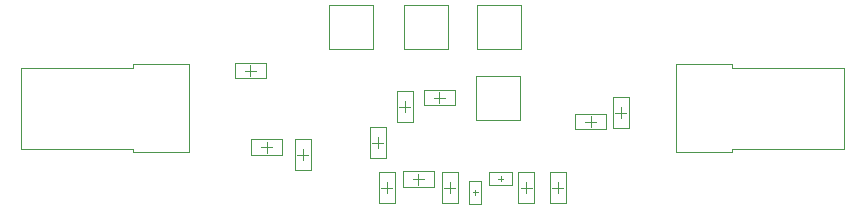
<source format=gbr>
%TF.GenerationSoftware,Altium Limited,Altium Designer,22.6.1 (34)*%
G04 Layer_Color=32768*
%FSLAX26Y26*%
%MOIN*%
%TF.SameCoordinates,8B827DF8-CB59-4627-A0E1-72AFC477AE17*%
%TF.FilePolarity,Positive*%
%TF.FileFunction,Other,Mechanical_15*%
%TF.Part,Single*%
G01*
G75*
%TA.AperFunction,NonConductor*%
%ADD27C,0.003937*%
%ADD39C,0.001968*%
D27*
X1539000Y1396000D02*
X1591000D01*
X1539000Y1294000D02*
X1591000D01*
Y1396000D01*
X1539000Y1294000D02*
Y1396000D01*
X1565000Y1326299D02*
Y1363701D01*
X1546299Y1345000D02*
X1583701D01*
X1339000Y1599000D02*
Y1651000D01*
X1441000Y1599000D02*
Y1651000D01*
X1339000D02*
X1441000D01*
X1339000Y1599000D02*
X1441000D01*
X1371299Y1625000D02*
X1408701D01*
X1390000Y1606299D02*
Y1643701D01*
X1789000Y1334000D02*
X1841000D01*
X1789000Y1436000D02*
X1841000D01*
X1789000Y1334000D02*
Y1436000D01*
X1841000Y1334000D02*
Y1436000D01*
X1815000Y1366299D02*
Y1403701D01*
X1796299Y1385000D02*
X1833701D01*
X1394000Y1344000D02*
Y1396000D01*
X1496000Y1344000D02*
Y1396000D01*
X1394000D02*
X1496000D01*
X1394000Y1344000D02*
X1496000D01*
X1426299Y1370000D02*
X1463701D01*
X1445000Y1351299D02*
Y1388701D01*
X2029000Y1184000D02*
X2081000D01*
X2029000Y1286000D02*
X2081000D01*
X2029000Y1184000D02*
Y1286000D01*
X2081000Y1184000D02*
Y1286000D01*
X2055000Y1216299D02*
Y1253701D01*
X2036299Y1235000D02*
X2073701D01*
X1819000Y1184000D02*
X1871000D01*
X1819000Y1286000D02*
X1871000D01*
X1819000Y1184000D02*
Y1286000D01*
X1871000Y1184000D02*
Y1286000D01*
X1845000Y1216299D02*
Y1253701D01*
X1826299Y1235000D02*
X1863701D01*
X1899000Y1237000D02*
Y1289000D01*
X2001000Y1237000D02*
Y1289000D01*
X1899000D02*
X2001000D01*
X1899000Y1237000D02*
X2001000D01*
X1931299Y1263000D02*
X1968701D01*
X1950000Y1244299D02*
Y1281701D01*
X2389000Y1184000D02*
X2441000D01*
X2389000Y1286000D02*
X2441000D01*
X2389000Y1184000D02*
Y1286000D01*
X2441000Y1184000D02*
Y1286000D01*
X2415000Y1216299D02*
Y1253701D01*
X2396299Y1235000D02*
X2433701D01*
X2071000Y1509000D02*
Y1561000D01*
X1969000Y1509000D02*
Y1561000D01*
Y1509000D02*
X2071000D01*
X1969000Y1561000D02*
X2071000D01*
X2001299Y1535000D02*
X2038701D01*
X2020000Y1516299D02*
Y1553701D01*
X2474000Y1429000D02*
Y1481000D01*
X2576000Y1429000D02*
Y1481000D01*
X2474000D02*
X2576000D01*
X2474000Y1429000D02*
X2576000D01*
X2506299Y1455000D02*
X2543701D01*
X2525000Y1436299D02*
Y1473701D01*
X2599000Y1536000D02*
X2651000D01*
X2599000Y1434000D02*
X2651000D01*
Y1536000D01*
X2599000Y1434000D02*
Y1536000D01*
X2625000Y1466299D02*
Y1503701D01*
X2606299Y1485000D02*
X2643701D01*
X2284000Y1184000D02*
X2336000D01*
X2284000Y1286000D02*
X2336000D01*
X2284000Y1184000D02*
Y1286000D01*
X2336000Y1184000D02*
Y1286000D01*
X2310000Y1216299D02*
Y1253701D01*
X2291299Y1235000D02*
X2328701D01*
X1879000Y1454000D02*
X1931000D01*
X1879000Y1556000D02*
X1931000D01*
X1879000Y1454000D02*
Y1556000D01*
X1931000Y1454000D02*
Y1556000D01*
X1905000Y1486299D02*
Y1523701D01*
X1886299Y1505000D02*
X1923701D01*
X2224874Y1257126D02*
Y1272874D01*
X2217000Y1265000D02*
X2232748D01*
X2132126Y1219874D02*
X2147874D01*
X2140000Y1212000D02*
Y1227748D01*
D39*
X2147165Y1697165D02*
Y1842835D01*
Y1697165D02*
X2292835D01*
Y1842835D01*
X2147165D02*
X2292835D01*
X2287835Y1462165D02*
Y1607835D01*
X2142165D02*
X2287835D01*
X2142165Y1462165D02*
Y1607835D01*
Y1462165D02*
X2287835D01*
X2809606Y1352362D02*
Y1647638D01*
X2994646D01*
Y1634842D02*
Y1647638D01*
Y1634842D02*
X3369449D01*
Y1365158D02*
Y1634842D01*
X2994646Y1365158D02*
X3369449D01*
X2994646Y1352362D02*
Y1365158D01*
X2809606Y1352362D02*
X2994646D01*
X1902165Y1697165D02*
Y1842835D01*
Y1697165D02*
X2047835D01*
Y1842835D01*
X1902165D02*
X2047835D01*
X1652165Y1697165D02*
Y1842835D01*
Y1697165D02*
X1797835D01*
Y1842835D01*
X1652165D02*
X1797835D01*
X2186480Y1244331D02*
X2210000D01*
X2186480D02*
Y1251732D01*
Y1278268D02*
Y1285669D01*
X2210000D01*
X2255000D01*
X2210000Y1244331D02*
X2255000D01*
X2186480Y1251732D02*
Y1275000D01*
Y1255000D02*
Y1278268D01*
X2263268D02*
Y1285669D01*
X2255000D02*
X2263268D01*
Y1255000D02*
Y1278268D01*
Y1251732D02*
Y1275000D01*
X2255000Y1244331D02*
X2263268D01*
Y1251732D01*
X2160669Y1181480D02*
Y1205000D01*
X2153268Y1181480D02*
X2160669D01*
X2119331D02*
X2126732D01*
X2119331D02*
Y1205000D01*
Y1250000D01*
X2160669Y1205000D02*
Y1250000D01*
X2130000Y1181480D02*
X2153268D01*
X2126732D02*
X2150000D01*
X2119331Y1258268D02*
X2126732D01*
X2119331Y1250000D02*
Y1258268D01*
X2126732D02*
X2150000D01*
X2130000D02*
X2153268D01*
X2160669Y1250000D02*
Y1258268D01*
X2153268D02*
X2160669D01*
X1000354Y1647638D02*
X1185394D01*
X1000354Y1634842D02*
Y1647638D01*
X625551Y1634842D02*
X1000354D01*
X625551Y1365158D02*
Y1634842D01*
Y1365158D02*
X1000354D01*
Y1352362D02*
Y1365158D01*
Y1352362D02*
X1185394D01*
Y1647638D01*
%TF.MD5,ccbc9fa4e8fabbcc369a9a70cb9095f9*%
M02*

</source>
